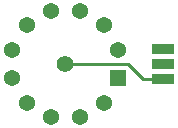
<source format=gbr>
%TF.GenerationSoftware,KiCad,Pcbnew,(6.0.8)*%
%TF.CreationDate,2023-03-18T01:03:14+01:00*%
%TF.ProjectId,ROTARY_SW,524f5441-5259-45f5-9357-2e6b69636164,rev?*%
%TF.SameCoordinates,Original*%
%TF.FileFunction,Copper,L1,Top*%
%TF.FilePolarity,Positive*%
%FSLAX46Y46*%
G04 Gerber Fmt 4.6, Leading zero omitted, Abs format (unit mm)*
G04 Created by KiCad (PCBNEW (6.0.8)) date 2023-03-18 01:03:14*
%MOMM*%
%LPD*%
G01*
G04 APERTURE LIST*
G04 Aperture macros list*
%AMFreePoly0*
4,1,5,0.950000,-0.450000,-0.950000,-0.450000,-0.950000,0.450000,0.950000,0.450000,0.950000,-0.450000,0.950000,-0.450000,$1*%
G04 Aperture macros list end*
%TA.AperFunction,ComponentPad*%
%ADD10R,1.368000X1.368000*%
%TD*%
%TA.AperFunction,ComponentPad*%
%ADD11C,1.368000*%
%TD*%
%TA.AperFunction,ComponentPad*%
%ADD12C,1.398000*%
%TD*%
%TA.AperFunction,ComponentPad*%
%ADD13FreePoly0,0.000000*%
%TD*%
%TA.AperFunction,Conductor*%
%ADD14C,0.250000*%
%TD*%
G04 APERTURE END LIST*
D10*
%TO.P,S1,1*%
%TO.N,Net-(R11-Pad1)*%
X89327560Y-38287510D03*
D11*
%TO.P,S1,2*%
%TO.N,Net-(R10-Pad1)*%
X88124050Y-40372050D03*
%TO.P,S1,3*%
%TO.N,Net-(R10-Pad2)*%
X86039510Y-41575560D03*
%TO.P,S1,4*%
%TO.N,Net-(R8-Pad1)*%
X83632490Y-41575560D03*
%TO.P,S1,5*%
%TO.N,Net-(R7-Pad1)*%
X81547950Y-40372050D03*
%TO.P,S1,6*%
%TO.N,Net-(R6-Pad1)*%
X80344440Y-38287510D03*
%TO.P,S1,7*%
%TO.N,Net-(R5-Pad1)*%
X80344440Y-35880490D03*
%TO.P,S1,8*%
%TO.N,Net-(R4-Pad1)*%
X81547950Y-33795950D03*
%TO.P,S1,9*%
%TO.N,Net-(R3-Pad1)*%
X83632490Y-32592440D03*
%TO.P,S1,10*%
%TO.N,Net-(R2-Pad1)*%
X86039510Y-32592440D03*
%TO.P,S1,11*%
%TO.N,Net-(R1-Pad1)*%
X88124050Y-33795950D03*
%TO.P,S1,12*%
%TO.N,Net-(R1-Pad2)*%
X89327560Y-35880490D03*
D12*
%TO.P,S1,C*%
%TO.N,OUT*%
X84836000Y-37084000D03*
%TD*%
D13*
%TO.P,J1,1,Pin_1*%
%TO.N,+3.3V*%
X93091000Y-35814000D03*
%TO.P,J1,2,Pin_2*%
%TO.N,GND*%
X93091000Y-37084000D03*
%TO.P,J1,3,Pin_3*%
%TO.N,OUT*%
X93091000Y-38354000D03*
%TD*%
D14*
%TO.N,OUT*%
X93091000Y-38354000D02*
X91412050Y-38354000D01*
X91412050Y-38354000D02*
X90142050Y-37084000D01*
X90142050Y-37084000D02*
X84836000Y-37084000D01*
%TD*%
M02*

</source>
